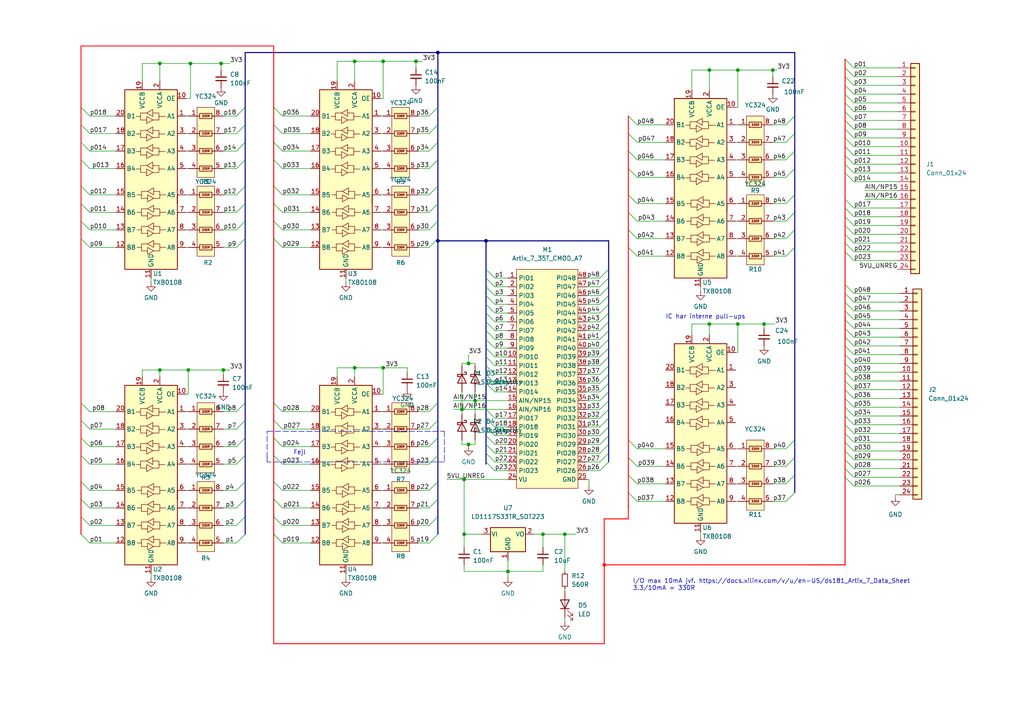
<source format=kicad_sch>
(kicad_sch (version 20211123) (generator eeschema)
  (paper "A4")
  (junction (at 120.65 17.78))
  (junction (at 221.615 93.98))
  (junction (at 140.97 69.85))
  (junction (at 111.125 106.68))
  (junction (at 135.89 128.905))
  (junction (at 54.61 107.315))
  (junction (at 175.26 163.83) (color 255 22 26 1))
  (junction (at 55.245 18.415))
  (junction (at 102.87 17.78))
  (junction (at 213.995 93.98))
  (junction (at 127 15.24))
  (junction (at 135.89 105.41))
  (junction (at 134.62 154.94))
  (junction (at 157.48 154.94))
  (junction (at 127 69.85))
  (junction (at 133.985 118.745))
  (junction (at 147.32 165.735))
  (junction (at 111.125 17.78))
  (junction (at 137.795 116.205))
  (junction (at 224.155 20.32))
  (junction (at 205.74 20.32))
  (junction (at 134.62 139.065))
  (junction (at 205.74 93.98))
  (junction (at 46.355 18.415))
  (junction (at 213.995 20.32))
  (junction (at 46.355 107.315))
  (junction (at 163.83 154.94))
  (junction (at 102.87 106.68))
  (junction (at 64.135 18.415))
  (junction (at 64.77 107.315))
  (bus_entry (at 247.65 87.63) (size -2.54 -2.54))
  (bus_entry (at 227.965 59.055) (size 2.54 -2.54))
  (bus_entry (at 140.97 80.645) (size 2.54 2.54))
  (bus_entry (at 173.99 128.905) (size 2.54 -2.54))
  (bus_entry (at 182.245 56.515) (size 2.54 2.54))
  (bus_entry (at 68.58 38.735) (size 2.54 -2.54))
  (bus_entry (at 227.965 145.415) (size 2.54 -2.54))
  (bus_entry (at 79.375 116.84) (size 2.54 2.54))
  (bus_entry (at 173.99 121.285) (size 2.54 -2.54))
  (bus_entry (at 124.46 119.38) (size 2.54 -2.54))
  (bus_entry (at 23.495 116.84) (size 2.54 2.54))
  (bus_entry (at 245.11 32.385) (size 2.54 2.54))
  (bus_entry (at 23.495 69.215) (size 2.54 2.54))
  (bus_entry (at 140.97 128.905) (size 2.54 2.54))
  (bus_entry (at 173.99 93.345) (size 2.54 -2.54))
  (bus_entry (at 245.11 57.785) (size 2.54 2.54))
  (bus_entry (at 140.97 85.725) (size 2.54 2.54))
  (bus_entry (at 182.245 132.715) (size 2.54 2.54))
  (bus_entry (at 79.375 59.055) (size 2.54 2.54))
  (bus_entry (at 79.375 127) (size 2.54 2.54))
  (bus_entry (at 247.65 123.19) (size -2.54 -2.54))
  (bus_entry (at 182.245 43.815) (size 2.54 2.54))
  (bus_entry (at 124.46 61.595) (size 2.54 -2.54))
  (bus_entry (at 140.97 95.885) (size 2.54 2.54))
  (bus_entry (at 245.11 29.845) (size 2.54 2.54))
  (bus_entry (at 245.11 47.625) (size 2.54 2.54))
  (bus_entry (at 245.11 65.405) (size 2.54 2.54))
  (bus_entry (at 79.375 31.115) (size 2.54 2.54))
  (bus_entry (at 247.65 110.49) (size -2.54 -2.54))
  (bus_entry (at 247.65 113.03) (size -2.54 -2.54))
  (bus_entry (at 227.965 130.175) (size 2.54 -2.54))
  (bus_entry (at 173.99 103.505) (size 2.54 -2.54))
  (bus_entry (at 182.245 33.655) (size 2.54 2.54))
  (bus_entry (at 23.495 132.08) (size 2.54 2.54))
  (bus_entry (at 23.495 53.975) (size 2.54 2.54))
  (bus_entry (at 245.11 60.325) (size 2.54 2.54))
  (bus_entry (at 140.97 133.985) (size 2.54 2.54))
  (bus_entry (at 247.65 135.89) (size -2.54 -2.54))
  (bus_entry (at 245.11 40.005) (size 2.54 2.54))
  (bus_entry (at 182.245 137.795) (size 2.54 2.54))
  (bus_entry (at 68.58 157.48) (size 2.54 -2.54))
  (bus_entry (at 173.99 106.045) (size 2.54 -2.54))
  (bus_entry (at 140.97 121.285) (size 2.54 2.54))
  (bus_entry (at 227.965 41.275) (size 2.54 -2.54))
  (bus_entry (at 245.11 73.025) (size 2.54 2.54))
  (bus_entry (at 23.495 139.7) (size 2.54 2.54))
  (bus_entry (at 79.375 41.275) (size 2.54 2.54))
  (bus_entry (at 23.495 144.78) (size 2.54 2.54))
  (bus_entry (at 247.65 107.95) (size -2.54 -2.54))
  (bus_entry (at 140.97 88.265) (size 2.54 2.54))
  (bus_entry (at 68.58 56.515) (size 2.54 -2.54))
  (bus_entry (at 182.245 71.755) (size 2.54 2.54))
  (bus_entry (at 140.97 131.445) (size 2.54 2.54))
  (bus_entry (at 173.99 123.825) (size 2.54 -2.54))
  (bus_entry (at 227.965 74.295) (size 2.54 -2.54))
  (bus_entry (at 182.245 127.635) (size 2.54 2.54))
  (bus_entry (at 173.99 136.525) (size 2.54 -2.54))
  (bus_entry (at 245.11 138.43) (size 2.54 2.54))
  (bus_entry (at 23.495 59.055) (size 2.54 2.54))
  (bus_entry (at 23.495 154.94) (size 2.54 2.54))
  (bus_entry (at 140.97 78.105) (size 2.54 2.54))
  (bus_entry (at 23.495 127) (size 2.54 2.54))
  (bus_entry (at 124.46 71.755) (size 2.54 -2.54))
  (bus_entry (at 140.97 98.425) (size 2.54 2.54))
  (bus_entry (at 79.375 36.195) (size 2.54 2.54))
  (bus_entry (at 140.97 83.185) (size 2.54 2.54))
  (bus_entry (at 23.495 64.135) (size 2.54 2.54))
  (bus_entry (at 182.245 66.675) (size 2.54 2.54))
  (bus_entry (at 173.99 133.985) (size 2.54 -2.54))
  (bus_entry (at 173.99 108.585) (size 2.54 -2.54))
  (bus_entry (at 247.65 90.17) (size -2.54 -2.54))
  (bus_entry (at 247.65 97.79) (size -2.54 -2.54))
  (bus_entry (at 173.99 118.745) (size 2.54 -2.54))
  (bus_entry (at 23.495 41.275) (size 2.54 2.54))
  (bus_entry (at 79.375 154.94) (size 2.54 2.54))
  (bus_entry (at 182.245 38.735) (size 2.54 2.54))
  (bus_entry (at 173.99 100.965) (size 2.54 -2.54))
  (bus_entry (at 124.46 129.54) (size 2.54 -2.54))
  (bus_entry (at 247.65 92.71) (size -2.54 -2.54))
  (bus_entry (at 245.11 67.945) (size 2.54 2.54))
  (bus_entry (at 173.99 83.185) (size 2.54 -2.54))
  (bus_entry (at 227.965 64.135) (size 2.54 -2.54))
  (bus_entry (at 247.65 115.57) (size -2.54 -2.54))
  (bus_entry (at 124.46 43.815) (size 2.54 -2.54))
  (bus_entry (at 79.375 121.92) (size 2.54 2.54))
  (bus_entry (at 124.46 152.4) (size 2.54 -2.54))
  (bus_entry (at 23.495 121.92) (size 2.54 2.54))
  (bus_entry (at 68.58 129.54) (size 2.54 -2.54))
  (bus_entry (at 173.99 126.365) (size 2.54 -2.54))
  (bus_entry (at 23.495 46.355) (size 2.54 2.54))
  (bus_entry (at 79.375 46.355) (size 2.54 2.54))
  (bus_entry (at 140.97 108.585) (size 2.54 2.54))
  (bus_entry (at 247.65 118.11) (size -2.54 -2.54))
  (bus_entry (at 23.495 31.115) (size 2.54 2.54))
  (bus_entry (at 23.495 36.195) (size 2.54 2.54))
  (bus_entry (at 245.11 62.865) (size 2.54 2.54))
  (bus_entry (at 79.375 139.7) (size 2.54 2.54))
  (bus_entry (at 23.495 149.86) (size 2.54 2.54))
  (bus_entry (at 245.11 37.465) (size 2.54 2.54))
  (bus_entry (at 227.965 36.195) (size 2.54 -2.54))
  (bus_entry (at 173.99 131.445) (size 2.54 -2.54))
  (bus_entry (at 140.97 103.505) (size 2.54 2.54))
  (bus_entry (at 79.375 64.135) (size 2.54 2.54))
  (bus_entry (at 79.375 149.86) (size 2.54 2.54))
  (bus_entry (at 245.11 24.765) (size 2.54 2.54))
  (bus_entry (at 245.11 34.925) (size 2.54 2.54))
  (bus_entry (at 247.65 133.35) (size -2.54 -2.54))
  (bus_entry (at 247.65 128.27) (size -2.54 -2.54))
  (bus_entry (at 124.46 157.48) (size 2.54 -2.54))
  (bus_entry (at 173.99 90.805) (size 2.54 -2.54))
  (bus_entry (at 247.65 120.65) (size -2.54 -2.54))
  (bus_entry (at 68.58 119.38) (size 2.54 -2.54))
  (bus_entry (at 124.46 48.895) (size 2.54 -2.54))
  (bus_entry (at 68.58 124.46) (size 2.54 -2.54))
  (bus_entry (at 68.58 152.4) (size 2.54 -2.54))
  (bus_entry (at 124.46 56.515) (size 2.54 -2.54))
  (bus_entry (at 245.11 45.085) (size 2.54 2.54))
  (bus_entry (at 173.99 98.425) (size 2.54 -2.54))
  (bus_entry (at 124.46 124.46) (size 2.54 -2.54))
  (bus_entry (at 182.245 48.895) (size 2.54 2.54))
  (bus_entry (at 247.65 138.43) (size -2.54 -2.54))
  (bus_entry (at 140.97 93.345) (size 2.54 2.54))
  (bus_entry (at 140.97 106.045) (size 2.54 2.54))
  (bus_entry (at 68.58 61.595) (size 2.54 -2.54))
  (bus_entry (at 227.965 135.255) (size 2.54 -2.54))
  (bus_entry (at 124.46 33.655) (size 2.54 -2.54))
  (bus_entry (at 140.97 118.745) (size 2.54 2.54))
  (bus_entry (at 124.46 38.735) (size 2.54 -2.54))
  (bus_entry (at 140.97 100.965) (size 2.54 2.54))
  (bus_entry (at 245.11 19.685) (size 2.54 2.54))
  (bus_entry (at 124.46 147.32) (size 2.54 -2.54))
  (bus_entry (at 140.97 90.805) (size 2.54 2.54))
  (bus_entry (at 140.97 111.125) (size 2.54 2.54))
  (bus_entry (at 79.375 132.08) (size 2.54 2.54))
  (bus_entry (at 124.46 142.24) (size 2.54 -2.54))
  (bus_entry (at 247.65 105.41) (size -2.54 -2.54))
  (bus_entry (at 247.65 102.87) (size -2.54 -2.54))
  (bus_entry (at 227.965 140.335) (size 2.54 -2.54))
  (bus_entry (at 247.65 100.33) (size -2.54 -2.54))
  (bus_entry (at 173.99 85.725) (size 2.54 -2.54))
  (bus_entry (at 182.245 142.875) (size 2.54 2.54))
  (bus_entry (at 247.65 125.73) (size -2.54 -2.54))
  (bus_entry (at 140.97 123.825) (size 2.54 2.54))
  (bus_entry (at 68.58 71.755) (size 2.54 -2.54))
  (bus_entry (at 227.965 51.435) (size 2.54 -2.54))
  (bus_entry (at 68.58 142.24) (size 2.54 -2.54))
  (bus_entry (at 124.46 134.62) (size 2.54 -2.54))
  (bus_entry (at 68.58 66.675) (size 2.54 -2.54))
  (bus_entry (at 227.965 69.215) (size 2.54 -2.54))
  (bus_entry (at 173.99 113.665) (size 2.54 -2.54))
  (bus_entry (at 68.58 43.815) (size 2.54 -2.54))
  (bus_entry (at 247.65 130.81) (size -2.54 -2.54))
  (bus_entry (at 68.58 48.895) (size 2.54 -2.54))
  (bus_entry (at 245.11 27.305) (size 2.54 2.54))
  (bus_entry (at 173.99 95.885) (size 2.54 -2.54))
  (bus_entry (at 173.99 88.265) (size 2.54 -2.54))
  (bus_entry (at 173.99 116.205) (size 2.54 -2.54))
  (bus_entry (at 245.11 50.165) (size 2.54 2.54))
  (bus_entry (at 79.375 144.78) (size 2.54 2.54))
  (bus_entry (at 245.11 42.545) (size 2.54 2.54))
  (bus_entry (at 247.65 85.09) (size -2.54 -2.54))
  (bus_entry (at 227.965 46.355) (size 2.54 -2.54))
  (bus_entry (at 182.245 61.595) (size 2.54 2.54))
  (bus_entry (at 124.46 66.675) (size 2.54 -2.54))
  (bus_entry (at 173.99 80.645) (size 2.54 -2.54))
  (bus_entry (at 140.97 126.365) (size 2.54 2.54))
  (bus_entry (at 245.11 70.485) (size 2.54 2.54))
  (bus_entry (at 68.58 33.655) (size 2.54 -2.54))
  (bus_entry (at 245.11 22.225) (size 2.54 2.54))
  (bus_entry (at 247.65 95.25) (size -2.54 -2.54))
  (bus_entry (at 79.375 69.215) (size 2.54 2.54))
  (bus_entry (at 79.375 53.975) (size 2.54 2.54))
  (bus_entry (at 245.11 17.145) (size 2.54 2.54))
  (bus_entry (at 68.58 134.62) (size 2.54 -2.54))
  (bus_entry (at 173.99 111.125) (size 2.54 -2.54))
  (bus_entry (at 68.58 147.32) (size 2.54 -2.54))
  (wire (pts (xy 64.77 48.895) (xy 68.58 48.895)))
  (wire (pts (xy 143.51 123.825) (xy 147.32 123.825)))
  (bus (pts (xy 140.97 103.505) (xy 140.97 106.045)))
  (bus (pts (xy 245.11 97.79) (xy 245.11 95.25)) (stroke (width 0) (color 255 22 26 1)))
  (wire (pts (xy 157.48 165.735) (xy 157.48 163.83)))
  (wire (pts (xy 170.18 103.505) (xy 173.99 103.505)))
  (bus (pts (xy 140.97 78.105) (xy 140.97 80.645)))
  (wire (pts (xy 81.915 61.595) (xy 90.17 61.595)))
  (wire (pts (xy 247.65 60.325) (xy 260.35 60.325)))
  (wire (pts (xy 170.18 106.045) (xy 173.99 106.045)))
  (wire (pts (xy 184.785 64.135) (xy 193.04 64.135)))
  (wire (pts (xy 143.51 90.805) (xy 147.32 90.805)))
  (bus (pts (xy 176.53 106.045) (xy 176.53 103.505)))
  (wire (pts (xy 43.815 80.645) (xy 43.815 81.915)))
  (wire (pts (xy 247.65 123.19) (xy 260.985 123.19)))
  (wire (pts (xy 41.275 107.315) (xy 46.355 107.315)))
  (bus (pts (xy 71.12 59.055) (xy 71.12 64.135)))
  (bus (pts (xy 176.53 121.285) (xy 176.53 118.745)))
  (bus (pts (xy 182.245 48.895) (xy 182.245 56.515)) (stroke (width 0) (color 255 22 26 1)))
  (bus (pts (xy 176.53 83.185) (xy 176.53 80.645)))
  (wire (pts (xy 81.915 119.38) (xy 90.17 119.38)))
  (wire (pts (xy 26.035 134.62) (xy 33.655 134.62)))
  (wire (pts (xy 247.65 100.33) (xy 260.985 100.33)))
  (wire (pts (xy 81.915 134.62) (xy 90.17 134.62)))
  (bus (pts (xy 182.245 150.495) (xy 182.245 146.685)) (stroke (width 0) (color 255 36 32 1)))
  (wire (pts (xy 46.355 107.315) (xy 54.61 107.315)))
  (wire (pts (xy 54.61 61.595) (xy 53.975 61.595)))
  (bus (pts (xy 176.53 111.125) (xy 176.53 108.585)))
  (wire (pts (xy 110.49 142.24) (xy 111.125 142.24)))
  (wire (pts (xy 213.995 64.135) (xy 213.36 64.135)))
  (wire (pts (xy 205.74 20.32) (xy 213.995 20.32)))
  (bus (pts (xy 245.11 90.17) (xy 245.11 92.71)) (stroke (width 0) (color 255 22 26 1)))
  (wire (pts (xy 81.915 157.48) (xy 90.17 157.48)))
  (bus (pts (xy 230.505 56.515) (xy 230.505 61.595)))
  (wire (pts (xy 247.65 47.625) (xy 260.35 47.625)))
  (wire (pts (xy 53.975 157.48) (xy 54.61 157.48)))
  (wire (pts (xy 247.65 52.705) (xy 260.35 52.705)))
  (wire (pts (xy 213.995 93.98) (xy 221.615 93.98)))
  (wire (pts (xy 121.285 71.755) (xy 124.46 71.755)))
  (bus (pts (xy 23.495 36.195) (xy 23.495 31.115)) (stroke (width 0) (color 255 40 40 1)))
  (wire (pts (xy 133.985 118.745) (xy 140.97 118.745)))
  (wire (pts (xy 53.975 43.815) (xy 54.61 43.815)))
  (bus (pts (xy 71.12 69.215) (xy 71.12 116.84)))
  (bus (pts (xy 140.97 69.85) (xy 140.97 78.105)))
  (wire (pts (xy 247.65 45.085) (xy 260.35 45.085)))
  (bus (pts (xy 140.97 85.725) (xy 140.97 88.265)))
  (bus (pts (xy 245.11 118.11) (xy 245.11 115.57)) (stroke (width 0) (color 255 22 26 1)))
  (wire (pts (xy 143.51 136.525) (xy 147.32 136.525)))
  (wire (pts (xy 81.915 38.735) (xy 90.17 38.735)))
  (bus (pts (xy 176.53 80.645) (xy 176.53 78.105)))
  (wire (pts (xy 247.65 27.305) (xy 260.35 27.305)))
  (bus (pts (xy 245.11 40.005) (xy 245.11 37.465)) (stroke (width 0) (color 255 22 26 1)))
  (wire (pts (xy 133.985 105.41) (xy 133.985 106.045)))
  (bus (pts (xy 245.11 107.95) (xy 245.11 105.41)) (stroke (width 0) (color 255 22 26 1)))
  (bus (pts (xy 140.97 126.365) (xy 140.97 128.905)))
  (wire (pts (xy 143.51 98.425) (xy 147.32 98.425)))
  (wire (pts (xy 134.62 139.065) (xy 134.62 154.94)))
  (bus (pts (xy 245.11 90.17) (xy 245.11 87.63)) (stroke (width 0) (color 255 22 26 1)))
  (bus (pts (xy 140.97 93.345) (xy 140.97 95.885)))
  (bus (pts (xy 245.11 128.27) (xy 245.11 125.73)) (stroke (width 0) (color 255 22 26 1)))
  (wire (pts (xy 224.155 46.355) (xy 227.965 46.355)))
  (wire (pts (xy 81.915 147.32) (xy 90.17 147.32)))
  (bus (pts (xy 245.11 24.765) (xy 245.11 22.225)) (stroke (width 0) (color 255 22 26 1)))
  (bus (pts (xy 176.53 116.205) (xy 176.53 113.665)))
  (wire (pts (xy 64.77 119.38) (xy 68.58 119.38)))
  (bus (pts (xy 176.53 90.805) (xy 176.53 88.265)))
  (bus (pts (xy 245.11 115.57) (xy 245.11 113.03)) (stroke (width 0) (color 255 22 26 1)))
  (bus (pts (xy 23.495 149.86) (xy 23.495 144.78)) (stroke (width 0) (color 255 22 26 1)))
  (bus (pts (xy 79.375 13.335) (xy 79.375 31.115)) (stroke (width 0) (color 255 20 29 1)))
  (wire (pts (xy 170.18 136.525) (xy 173.99 136.525)))
  (wire (pts (xy 184.785 46.355) (xy 193.04 46.355)))
  (wire (pts (xy 121.285 66.675) (xy 124.46 66.675)))
  (wire (pts (xy 64.77 157.48) (xy 68.58 157.48)))
  (wire (pts (xy 184.785 59.055) (xy 193.04 59.055)))
  (wire (pts (xy 121.285 129.54) (xy 124.46 129.54)))
  (bus (pts (xy 71.12 41.275) (xy 71.12 46.355)))
  (wire (pts (xy 54.61 71.755) (xy 53.975 71.755)))
  (wire (pts (xy 170.18 93.345) (xy 173.99 93.345)))
  (wire (pts (xy 170.18 133.985) (xy 173.99 133.985)))
  (wire (pts (xy 54.61 107.315) (xy 64.77 107.315)))
  (wire (pts (xy 224.155 69.215) (xy 227.965 69.215)))
  (wire (pts (xy 26.035 56.515) (xy 33.655 56.515)))
  (wire (pts (xy 53.975 134.62) (xy 54.61 134.62)))
  (bus (pts (xy 245.11 113.03) (xy 245.11 110.49)) (stroke (width 0) (color 255 22 26 1)))
  (wire (pts (xy 121.285 142.24) (xy 124.46 142.24)))
  (wire (pts (xy 53.975 119.38) (xy 54.61 119.38)))
  (wire (pts (xy 64.77 66.675) (xy 68.58 66.675)))
  (wire (pts (xy 121.285 124.46) (xy 124.46 124.46)))
  (wire (pts (xy 64.77 152.4) (xy 68.58 152.4)))
  (wire (pts (xy 64.77 134.62) (xy 68.58 134.62)))
  (bus (pts (xy 23.495 31.115) (xy 23.495 13.335)) (stroke (width 0) (color 255 40 40 1)))
  (wire (pts (xy 137.795 116.205) (xy 137.795 120.015)))
  (bus (pts (xy 79.375 36.195) (xy 79.375 41.275)) (stroke (width 0) (color 255 7 23 1)))
  (wire (pts (xy 64.77 61.595) (xy 68.58 61.595)))
  (bus (pts (xy 230.505 132.715) (xy 230.505 137.795)))
  (wire (pts (xy 213.995 74.295) (xy 213.36 74.295)))
  (bus (pts (xy 79.375 59.055) (xy 79.375 64.135)) (stroke (width 0) (color 255 8 10 1)))
  (bus (pts (xy 23.495 64.135) (xy 23.495 59.055)) (stroke (width 0) (color 255 40 40 1)))
  (bus (pts (xy 71.12 121.92) (xy 71.12 127)))
  (wire (pts (xy 121.285 38.735) (xy 124.46 38.735)))
  (wire (pts (xy 110.49 124.46) (xy 111.125 124.46)))
  (bus (pts (xy 245.11 32.385) (xy 245.11 29.845)) (stroke (width 0) (color 255 22 26 1)))
  (wire (pts (xy 170.815 140.97) (xy 170.815 139.065)))
  (polyline (pts (xy 128.905 125.095) (xy 128.905 133.985)))
  (wire (pts (xy 260.985 143.51) (xy 259.715 143.51)))
  (wire (pts (xy 247.65 133.35) (xy 260.985 133.35)))
  (bus (pts (xy 234.95 163.83) (xy 175.26 163.83)) (stroke (width 0) (color 255 22 26 1)))
  (wire (pts (xy 224.155 20.32) (xy 225.425 20.32)))
  (bus (pts (xy 79.375 149.86) (xy 79.375 154.94)) (stroke (width 0) (color 255 8 19 1)))
  (wire (pts (xy 81.915 43.815) (xy 90.17 43.815)))
  (bus (pts (xy 245.11 45.085) (xy 245.11 42.545)) (stroke (width 0) (color 255 22 26 1)))
  (wire (pts (xy 247.65 115.57) (xy 260.985 115.57)))
  (wire (pts (xy 111.125 106.68) (xy 111.125 114.3)))
  (wire (pts (xy 137.795 106.045) (xy 137.795 105.41)))
  (bus (pts (xy 245.11 29.845) (xy 245.11 27.305)) (stroke (width 0) (color 255 22 26 1)))
  (wire (pts (xy 26.035 38.735) (xy 33.655 38.735)))
  (bus (pts (xy 245.11 102.87) (xy 245.11 100.33)) (stroke (width 0) (color 255 22 26 1)))
  (bus (pts (xy 245.11 97.79) (xy 245.11 95.25)) (stroke (width 0) (color 255 16 18 1)))
  (wire (pts (xy 247.65 75.565) (xy 260.35 75.565)))
  (bus (pts (xy 71.12 116.84) (xy 71.12 121.92)))
  (wire (pts (xy 163.83 179.07) (xy 163.83 180.34)))
  (bus (pts (xy 127 36.195) (xy 127 41.275)))
  (bus (pts (xy 127 64.135) (xy 127 69.215)))
  (wire (pts (xy 247.65 102.87) (xy 260.985 102.87)))
  (wire (pts (xy 170.18 111.125) (xy 173.99 111.125)))
  (bus (pts (xy 245.11 27.305) (xy 245.11 24.765)) (stroke (width 0) (color 255 22 26 1)))
  (bus (pts (xy 182.245 142.875) (xy 182.245 147.32)) (stroke (width 0) (color 255 22 26 1)))
  (bus (pts (xy 176.53 123.825) (xy 176.53 121.285)))
  (wire (pts (xy 110.49 28.575) (xy 111.125 28.575)))
  (wire (pts (xy 140.97 118.745) (xy 147.32 118.745)))
  (wire (pts (xy 213.995 31.115) (xy 213.995 20.32)))
  (bus (pts (xy 245.11 67.945) (xy 245.11 65.405)) (stroke (width 0) (color 255 22 26 1)))
  (wire (pts (xy 133.985 113.665) (xy 133.985 118.745)))
  (wire (pts (xy 143.51 103.505) (xy 147.32 103.505)))
  (wire (pts (xy 135.89 128.905) (xy 135.89 129.54)))
  (bus (pts (xy 245.11 34.925) (xy 245.11 32.385)) (stroke (width 0) (color 255 22 26 1)))
  (wire (pts (xy 247.65 130.81) (xy 260.985 130.81)))
  (wire (pts (xy 54.61 107.315) (xy 54.61 114.3)))
  (wire (pts (xy 213.995 20.32) (xy 224.155 20.32)))
  (wire (pts (xy 247.65 120.65) (xy 260.985 120.65)))
  (wire (pts (xy 64.77 107.315) (xy 64.77 108.585)))
  (wire (pts (xy 170.18 95.885) (xy 173.99 95.885)))
  (wire (pts (xy 213.995 69.215) (xy 213.36 69.215)))
  (wire (pts (xy 163.83 170.815) (xy 163.83 171.45)))
  (wire (pts (xy 247.65 128.27) (xy 260.985 128.27)))
  (bus (pts (xy 127 59.055) (xy 127 64.135)))
  (wire (pts (xy 131.445 116.205) (xy 137.795 116.205)))
  (bus (pts (xy 176.53 78.105) (xy 176.53 69.85)))
  (bus (pts (xy 71.12 46.355) (xy 71.12 53.975)))
  (bus (pts (xy 230.505 15.24) (xy 230.505 33.655)))
  (bus (pts (xy 245.11 120.65) (xy 245.11 118.11)) (stroke (width 0) (color 255 22 26 1)))
  (wire (pts (xy 163.83 165.735) (xy 163.83 154.94)))
  (bus (pts (xy 127 69.85) (xy 127 116.84)))
  (wire (pts (xy 224.155 64.135) (xy 227.965 64.135)))
  (wire (pts (xy 81.915 152.4) (xy 90.17 152.4)))
  (wire (pts (xy 97.79 17.78) (xy 97.79 23.495)))
  (wire (pts (xy 184.785 41.275) (xy 193.04 41.275)))
  (bus (pts (xy 140.97 98.425) (xy 140.97 100.965)))
  (wire (pts (xy 26.035 142.24) (xy 33.655 142.24)))
  (bus (pts (xy 23.495 59.055) (xy 23.495 53.975)) (stroke (width 0) (color 255 40 40 1)))
  (bus (pts (xy 79.375 127) (xy 79.375 132.08)) (stroke (width 0) (color 255 2 0 1)))
  (wire (pts (xy 100.33 80.645) (xy 100.33 81.915)))
  (bus (pts (xy 140.97 88.265) (xy 140.97 90.805)))
  (bus (pts (xy 79.375 46.355) (xy 79.375 53.975)) (stroke (width 0) (color 255 12 18 1)))
  (wire (pts (xy 41.275 109.22) (xy 41.275 107.315)))
  (bus (pts (xy 176.53 88.265) (xy 176.53 85.725)))
  (wire (pts (xy 102.87 17.78) (xy 102.87 23.495)))
  (bus (pts (xy 23.495 116.84) (xy 23.495 69.215)) (stroke (width 0) (color 255 40 40 1)))
  (wire (pts (xy 110.49 157.48) (xy 111.125 157.48)))
  (wire (pts (xy 131.445 118.745) (xy 133.985 118.745)))
  (wire (pts (xy 110.49 33.655) (xy 111.125 33.655)))
  (polyline (pts (xy 77.47 125.095) (xy 128.905 125.095)))
  (wire (pts (xy 247.65 138.43) (xy 260.985 138.43)))
  (wire (pts (xy 247.65 29.845) (xy 260.35 29.845)))
  (wire (pts (xy 102.87 17.78) (xy 97.79 17.78)))
  (wire (pts (xy 184.785 69.215) (xy 193.04 69.215)))
  (bus (pts (xy 176.53 118.745) (xy 176.53 116.205)))
  (wire (pts (xy 184.785 130.175) (xy 193.04 130.175)))
  (bus (pts (xy 245.11 82.55) (xy 245.11 73.025)) (stroke (width 0) (color 255 22 26 1)))
  (bus (pts (xy 127 31.115) (xy 127 36.195)))
  (wire (pts (xy 163.83 154.94) (xy 167.005 154.94)))
  (wire (pts (xy 111.125 17.78) (xy 111.125 28.575)))
  (bus (pts (xy 71.12 53.975) (xy 71.12 59.055)))
  (wire (pts (xy 64.77 107.315) (xy 66.675 107.315)))
  (wire (pts (xy 102.87 106.68) (xy 102.87 109.22)))
  (bus (pts (xy 182.245 71.755) (xy 182.245 127.635)) (stroke (width 0) (color 255 22 26 1)))
  (wire (pts (xy 110.49 134.62) (xy 111.125 134.62)))
  (wire (pts (xy 247.65 19.685) (xy 260.35 19.685)))
  (wire (pts (xy 26.035 66.675) (xy 33.655 66.675)))
  (wire (pts (xy 137.795 127.635) (xy 137.795 128.905)))
  (bus (pts (xy 230.505 38.735) (xy 230.505 43.815)))
  (wire (pts (xy 213.36 51.435) (xy 213.995 51.435)))
  (wire (pts (xy 143.51 100.965) (xy 147.32 100.965)))
  (bus (pts (xy 182.245 61.595) (xy 182.245 66.675)) (stroke (width 0) (color 255 22 26 1)))
  (bus (pts (xy 245.11 50.165) (xy 245.11 47.625)) (stroke (width 0) (color 255 22 26 1)))
  (wire (pts (xy 143.51 85.725) (xy 147.32 85.725)))
  (wire (pts (xy 111.125 61.595) (xy 110.49 61.595)))
  (wire (pts (xy 121.285 152.4) (xy 124.46 152.4)))
  (wire (pts (xy 170.18 116.205) (xy 173.99 116.205)))
  (bus (pts (xy 127 121.92) (xy 127 127)))
  (wire (pts (xy 247.65 22.225) (xy 260.35 22.225)))
  (wire (pts (xy 53.975 124.46) (xy 54.61 124.46)))
  (bus (pts (xy 176.53 95.885) (xy 176.53 93.345)))
  (bus (pts (xy 79.375 53.975) (xy 79.375 59.055)) (stroke (width 0) (color 255 12 23 1)))
  (wire (pts (xy 41.275 18.415) (xy 46.355 18.415)))
  (bus (pts (xy 245.11 135.89) (xy 245.11 133.35)) (stroke (width 0) (color 255 22 26 1)))
  (bus (pts (xy 140.97 106.045) (xy 140.97 108.585)))
  (bus (pts (xy 245.11 22.225) (xy 245.11 19.685)) (stroke (width 0) (color 255 22 26 1)))
  (wire (pts (xy 203.2 154.305) (xy 203.2 155.575)))
  (wire (pts (xy 143.51 121.285) (xy 147.32 121.285)))
  (bus (pts (xy 140.97 131.445) (xy 140.97 133.985)))
  (wire (pts (xy 26.035 119.38) (xy 33.655 119.38)))
  (bus (pts (xy 245.11 92.71) (xy 245.11 91.44)) (stroke (width 0) (color 255 16 18 1)))
  (bus (pts (xy 79.375 154.94) (xy 79.375 186.69)) (stroke (width 0) (color 255 22 26 1)))
  (wire (pts (xy 143.51 83.185) (xy 147.32 83.185)))
  (polyline (pts (xy 128.905 133.985) (xy 77.47 133.985)))
  (wire (pts (xy 46.355 107.315) (xy 46.355 109.22)))
  (wire (pts (xy 143.51 93.345) (xy 147.32 93.345)))
  (bus (pts (xy 79.375 121.92) (xy 79.375 127)) (stroke (width 0) (color 255 12 25 1)))
  (wire (pts (xy 224.155 135.255) (xy 227.965 135.255)))
  (wire (pts (xy 224.155 41.275) (xy 227.965 41.275)))
  (bus (pts (xy 230.505 137.795) (xy 230.505 142.875)))
  (wire (pts (xy 97.79 106.68) (xy 97.79 109.22)))
  (wire (pts (xy 135.89 102.87) (xy 135.89 105.41)))
  (wire (pts (xy 213.36 102.235) (xy 213.995 102.235)))
  (wire (pts (xy 184.785 51.435) (xy 193.04 51.435)))
  (wire (pts (xy 81.915 33.655) (xy 90.17 33.655)))
  (bus (pts (xy 79.375 186.69) (xy 175.26 186.69)) (stroke (width 0) (color 255 22 26 1)))
  (wire (pts (xy 170.18 126.365) (xy 173.99 126.365)))
  (wire (pts (xy 53.975 152.4) (xy 54.61 152.4)))
  (bus (pts (xy 245.11 135.89) (xy 245.11 138.43)) (stroke (width 0) (color 255 22 26 1)))
  (wire (pts (xy 46.355 18.415) (xy 46.355 23.495)))
  (bus (pts (xy 245.11 85.09) (xy 245.11 82.55)) (stroke (width 0) (color 255 22 26 1)))
  (wire (pts (xy 134.62 139.065) (xy 147.32 139.065)))
  (bus (pts (xy 79.375 41.275) (xy 79.375 46.355)) (stroke (width 0) (color 255 6 12 1)))
  (bus (pts (xy 127 46.355) (xy 127 53.975)))
  (wire (pts (xy 247.65 107.95) (xy 260.985 107.95)))
  (bus (pts (xy 71.12 31.115) (xy 71.12 36.195)))
  (wire (pts (xy 143.51 131.445) (xy 147.32 131.445)))
  (wire (pts (xy 170.18 83.185) (xy 173.99 83.185)))
  (bus (pts (xy 176.53 126.365) (xy 176.53 123.825)))
  (wire (pts (xy 247.65 34.925) (xy 260.35 34.925)))
  (bus (pts (xy 140.97 118.745) (xy 140.97 121.285)))
  (bus (pts (xy 140.97 128.905) (xy 140.97 131.445)))
  (wire (pts (xy 247.65 62.865) (xy 260.35 62.865)))
  (bus (pts (xy 127 69.85) (xy 140.97 69.85)))
  (bus (pts (xy 140.97 69.85) (xy 176.53 69.85)))
  (wire (pts (xy 247.65 40.005) (xy 260.35 40.005)))
  (bus (pts (xy 245.11 105.41) (xy 245.11 102.87)) (stroke (width 0) (color 255 22 26 1)))
  (wire (pts (xy 111.125 71.755) (xy 110.49 71.755)))
  (bus (pts (xy 71.12 15.24) (xy 71.12 31.115)))
  (bus (pts (xy 23.495 41.275) (xy 23.495 36.195)) (stroke (width 0) (color 255 40 40 1)))
  (bus (pts (xy 176.53 98.425) (xy 176.53 95.885)))
  (bus (pts (xy 140.97 80.645) (xy 140.97 83.185)))
  (wire (pts (xy 26.035 129.54) (xy 33.655 129.54)))
  (bus (pts (xy 79.375 144.78) (xy 79.375 149.86)) (stroke (width 0) (color 255 0 2 1)))
  (wire (pts (xy 64.77 129.54) (xy 68.58 129.54)))
  (wire (pts (xy 111.125 66.675) (xy 110.49 66.675)))
  (wire (pts (xy 224.155 22.225) (xy 224.155 20.32)))
  (wire (pts (xy 170.18 128.905) (xy 173.99 128.905)))
  (wire (pts (xy 26.035 71.755) (xy 33.655 71.755)))
  (wire (pts (xy 55.245 18.415) (xy 55.245 28.575)))
  (wire (pts (xy 143.51 108.585) (xy 147.32 108.585)))
  (wire (pts (xy 250.825 57.785) (xy 260.35 57.785)))
  (bus (pts (xy 127 69.215) (xy 127 69.85)))
  (wire (pts (xy 121.285 56.515) (xy 124.46 56.515)))
  (bus (pts (xy 23.495 46.355) (xy 23.495 41.275)) (stroke (width 0) (color 255 40 40 1)))
  (bus (pts (xy 71.12 139.7) (xy 71.12 144.78)))
  (wire (pts (xy 100.33 166.37) (xy 100.33 167.64)))
  (wire (pts (xy 247.65 24.765) (xy 260.35 24.765)))
  (bus (pts (xy 23.495 121.92) (xy 23.495 116.84)) (stroke (width 0) (color 255 40 40 1)))
  (bus (pts (xy 245.11 100.33) (xy 245.11 97.79)) (stroke (width 0) (color 255 22 26 1)))
  (wire (pts (xy 110.49 43.815) (xy 111.125 43.815)))
  (wire (pts (xy 134.62 163.83) (xy 134.62 165.735)))
  (wire (pts (xy 143.51 128.905) (xy 147.32 128.905)))
  (wire (pts (xy 53.975 129.54) (xy 54.61 129.54)))
  (bus (pts (xy 176.53 133.985) (xy 176.53 131.445)))
  (bus (pts (xy 127 53.975) (xy 127 59.055)))
  (bus (pts (xy 175.26 150.495) (xy 182.245 150.495)) (stroke (width 0) (color 255 24 18 1)))
  (bus (pts (xy 127 139.7) (xy 127 144.78)))
  (wire (pts (xy 213.36 31.115) (xy 213.995 31.115)))
  (wire (pts (xy 170.18 98.425) (xy 173.99 98.425)))
  (wire (pts (xy 247.65 105.41) (xy 260.985 105.41)))
  (wire (pts (xy 26.035 48.895) (xy 33.655 48.895)))
  (bus (pts (xy 23.495 127) (xy 23.495 121.92)) (stroke (width 0) (color 255 40 40 1)))
  (bus (pts (xy 245.11 163.83) (xy 245.11 156.845)) (stroke (width 0) (color 255 16 18 1)))
  (bus (pts (xy 140.97 111.125) (xy 140.97 118.745)))
  (wire (pts (xy 247.65 85.09) (xy 260.985 85.09)))
  (wire (pts (xy 170.18 100.965) (xy 173.99 100.965)))
  (wire (pts (xy 221.615 93.98) (xy 224.79 93.98)))
  (bus (pts (xy 245.11 133.35) (xy 245.11 130.81)) (stroke (width 0) (color 255 22 26 1)))
  (wire (pts (xy 53.975 147.32) (xy 54.61 147.32)))
  (wire (pts (xy 247.65 125.73) (xy 260.985 125.73)))
  (wire (pts (xy 170.18 113.665) (xy 173.99 113.665)))
  (wire (pts (xy 170.18 121.285) (xy 173.99 121.285)))
  (bus (pts (xy 71.12 127) (xy 71.12 132.08)))
  (wire (pts (xy 81.915 129.54) (xy 90.17 129.54)))
  (bus (pts (xy 176.53 103.505) (xy 176.53 100.965)))
  (wire (pts (xy 64.77 33.655) (xy 68.58 33.655)))
  (wire (pts (xy 121.285 119.38) (xy 124.46 119.38)))
  (wire (pts (xy 213.36 36.195) (xy 213.995 36.195)))
  (wire (pts (xy 53.975 38.735) (xy 54.61 38.735)))
  (wire (pts (xy 121.285 157.48) (xy 124.46 157.48)))
  (wire (pts (xy 184.785 135.255) (xy 193.04 135.255)))
  (wire (pts (xy 110.49 114.3) (xy 111.125 114.3)))
  (wire (pts (xy 213.36 46.355) (xy 213.995 46.355)))
  (wire (pts (xy 147.32 165.735) (xy 157.48 165.735)))
  (bus (pts (xy 182.245 56.515) (xy 182.245 61.595)) (stroke (width 0) (color 255 22 26 1)))
  (wire (pts (xy 157.48 154.94) (xy 163.83 154.94)))
  (polyline (pts (xy 77.47 132.715) (xy 77.47 133.985)))
  (bus (pts (xy 23.495 144.78) (xy 23.495 139.7)) (stroke (width 0) (color 255 22 26 1)))
  (wire (pts (xy 81.915 56.515) (xy 90.17 56.515)))
  (bus (pts (xy 140.97 133.985) (xy 140.97 134.62)))
  (wire (pts (xy 247.65 50.165) (xy 260.35 50.165)))
  (wire (pts (xy 64.77 142.24) (xy 68.58 142.24)))
  (wire (pts (xy 81.915 142.24) (xy 90.17 142.24)))
  (wire (pts (xy 247.65 42.545) (xy 260.35 42.545)))
  (bus (pts (xy 127 15.24) (xy 127 31.115)))
  (wire (pts (xy 143.51 80.645) (xy 147.32 80.645)))
  (bus (pts (xy 182.245 127.635) (xy 182.245 132.715)) (stroke (width 0) (color 255 22 26 1)))
  (bus (pts (xy 127 132.08) (xy 127 139.7)))
  (wire (pts (xy 170.18 88.265) (xy 173.99 88.265)))
  (bus (pts (xy 234.95 163.83) (xy 245.11 163.83)) (stroke (width 0) (color 255 2 8 1)))
  (wire (pts (xy 200.66 20.32) (xy 205.74 20.32)))
  (wire (pts (xy 121.285 61.595) (xy 124.46 61.595)))
  (wire (pts (xy 111.125 56.515) (xy 110.49 56.515)))
  (wire (pts (xy 81.915 71.755) (xy 90.17 71.755)))
  (wire (pts (xy 26.035 147.32) (xy 33.655 147.32)))
  (wire (pts (xy 250.825 55.245) (xy 260.35 55.245)))
  (bus (pts (xy 140.97 83.185) (xy 140.97 85.725)))
  (bus (pts (xy 245.11 70.485) (xy 245.11 73.025)) (stroke (width 0) (color 255 22 26 1)))
  (bus (pts (xy 140.97 95.885) (xy 140.97 98.425)))
  (bus (pts (xy 71.12 36.195) (xy 71.12 41.275)))
  (wire (pts (xy 247.65 65.405) (xy 260.35 65.405)))
  (wire (pts (xy 184.785 145.415) (xy 193.04 145.415)))
  (bus (pts (xy 175.26 163.83) (xy 175.26 150.495)) (stroke (width 0) (color 255 22 26 1)))
  (bus (pts (xy 127 127) (xy 127 132.08)))
  (wire (pts (xy 143.51 111.125) (xy 147.32 111.125)))
  (wire (pts (xy 170.18 80.645) (xy 173.99 80.645)))
  (bus (pts (xy 176.53 85.725) (xy 176.53 83.185)))
  (bus (pts (xy 245.11 47.625) (xy 245.11 45.085)) (stroke (width 0) (color 255 22 26 1)))
  (wire (pts (xy 143.51 113.665) (xy 147.32 113.665)))
  (bus (pts (xy 176.53 113.665) (xy 176.53 111.125)))
  (wire (pts (xy 247.65 113.03) (xy 260.985 113.03)))
  (bus (pts (xy 245.11 95.25) (xy 245.11 92.71)) (stroke (width 0) (color 255 16 18 1)))
  (wire (pts (xy 184.785 74.295) (xy 193.04 74.295)))
  (wire (pts (xy 120.65 17.78) (xy 122.555 17.78)))
  (bus (pts (xy 71.12 132.08) (xy 71.12 139.7)))
  (wire (pts (xy 213.36 140.335) (xy 213.995 140.335)))
  (wire (pts (xy 111.125 106.68) (xy 118.11 106.68)))
  (wire (pts (xy 43.815 166.37) (xy 43.815 167.64)))
  (wire (pts (xy 154.94 154.94) (xy 157.48 154.94)))
  (wire (pts (xy 110.49 48.895) (xy 111.125 48.895)))
  (wire (pts (xy 134.62 154.94) (xy 139.7 154.94)))
  (wire (pts (xy 64.135 20.32) (xy 64.135 18.415)))
  (wire (pts (xy 205.74 93.98) (xy 205.74 97.155)))
  (wire (pts (xy 143.51 133.985) (xy 147.32 133.985)))
  (polyline (pts (xy 77.47 132.715) (xy 77.47 125.095)))
  (wire (pts (xy 143.51 95.885) (xy 147.32 95.885)))
  (wire (pts (xy 224.155 36.195) (xy 227.965 36.195)))
  (wire (pts (xy 121.285 33.655) (xy 124.46 33.655)))
  (bus (pts (xy 182.245 43.815) (xy 182.245 48.895)) (stroke (width 0) (color 255 22 26 1)))
  (bus (pts (xy 127 116.84) (xy 127 121.92)))
  (wire (pts (xy 224.155 140.335) (xy 227.965 140.335)))
  (wire (pts (xy 147.32 165.735) (xy 147.32 167.64)))
  (wire (pts (xy 247.65 118.11) (xy 260.985 118.11)))
  (wire (pts (xy 170.18 131.445) (xy 173.99 131.445)))
  (wire (pts (xy 135.89 105.41) (xy 133.985 105.41)))
  (wire (pts (xy 147.32 165.735) (xy 147.32 162.56)))
  (wire (pts (xy 135.89 128.905) (xy 137.795 128.905)))
  (bus (pts (xy 71.12 15.24) (xy 127 15.24)))
  (wire (pts (xy 247.65 73.025) (xy 260.35 73.025)))
  (bus (pts (xy 23.495 132.08) (xy 23.495 127)) (stroke (width 0) (color 255 40 40 1)))
  (wire (pts (xy 200.66 26.035) (xy 200.66 20.32)))
  (bus (pts (xy 176.53 131.445) (xy 176.53 128.905)))
  (wire (pts (xy 110.49 38.735) (xy 111.125 38.735)))
  (bus (pts (xy 23.495 69.215) (xy 23.495 64.135)) (stroke (width 0) (color 255 40 40 1)))
  (wire (pts (xy 121.285 48.895) (xy 124.46 48.895)))
  (bus (pts (xy 245.11 125.73) (xy 245.11 123.19)) (stroke (width 0) (color 255 22 26 1)))
  (bus (pts (xy 79.375 139.7) (xy 79.375 144.78)) (stroke (width 0) (color 255 6 19 1)))
  (wire (pts (xy 26.035 61.595) (xy 33.655 61.595)))
  (bus (pts (xy 245.11 95.25) (xy 245.11 92.71)) (stroke (width 0) (color 255 22 26 1)))
  (wire (pts (xy 26.035 152.4) (xy 33.655 152.4)))
  (bus (pts (xy 71.12 149.86) (xy 71.12 154.94)))
  (wire (pts (xy 53.975 114.3) (xy 54.61 114.3)))
  (bus (pts (xy 79.375 132.08) (xy 79.375 139.7)) (stroke (width 0) (color 255 13 2 1)))
  (wire (pts (xy 137.795 105.41) (xy 135.89 105.41)))
  (wire (pts (xy 118.11 106.68) (xy 118.11 107.95)))
  (bus (pts (xy 140.97 90.805) (xy 140.97 93.345)))
  (wire (pts (xy 184.785 36.195) (xy 193.04 36.195)))
  (wire (pts (xy 224.155 74.295) (xy 227.965 74.295)))
  (wire (pts (xy 26.035 43.815) (xy 33.655 43.815)))
  (wire (pts (xy 97.79 106.68) (xy 102.87 106.68)))
  (wire (pts (xy 247.65 37.465) (xy 260.35 37.465)))
  (wire (pts (xy 247.65 32.385) (xy 260.35 32.385)))
  (wire (pts (xy 81.915 124.46) (xy 90.17 124.46)))
  (wire (pts (xy 26.035 33.655) (xy 33.655 33.655)))
  (bus (pts (xy 140.97 123.825) (xy 140.97 126.365)))
  (wire (pts (xy 143.51 126.365) (xy 147.32 126.365)))
  (wire (pts (xy 247.65 140.97) (xy 260.985 140.97)))
  (wire (pts (xy 247.65 135.89) (xy 260.985 135.89)))
  (wire (pts (xy 53.975 28.575) (xy 55.245 28.575)))
  (wire (pts (xy 247.65 92.71) (xy 260.985 92.71)))
  (bus (pts (xy 140.97 121.285) (xy 140.97 123.825)))
  (wire (pts (xy 64.77 124.46) (xy 68.58 124.46)))
  (bus (pts (xy 245.11 42.545) (xy 245.11 40.005)) (stroke (width 0) (color 255 22 26 1)))
  (bus (pts (xy 230.505 48.895) (xy 230.505 56.515)))
  (wire (pts (xy 213.36 41.275) (xy 213.995 41.275)))
  (wire (pts (xy 224.155 130.175) (xy 227.965 130.175)))
  (bus (pts (xy 182.245 38.735) (xy 182.245 43.815)) (stroke (width 0) (color 255 22 26 1)))
  (bus (pts (xy 182.245 132.715) (xy 182.245 137.795)) (stroke (width 0) (color 255 22 26 1)))
  (bus (pts (xy 23.495 53.975) (xy 23.495 46.355)) (stroke (width 0) (color 255 40 40 1)))
  (bus (pts (xy 245.11 98.425) (xy 245.11 97.79)) (stroke (width 0) (color 255 16 18 1)))
  (wire (pts (xy 64.77 56.515) (xy 68.58 56.515)))
  (wire (pts (xy 247.65 95.25) (xy 260.985 95.25)))
  (wire (pts (xy 111.125 17.78) (xy 120.65 17.78)))
  (wire (pts (xy 247.65 67.945) (xy 260.35 67.945)))
  (bus (pts (xy 79.375 31.115) (xy 79.375 36.195)) (stroke (width 0) (color 255 31 20 1)))
  (bus (pts (xy 127 144.78) (xy 127 149.86)))
  (bus (pts (xy 245.11 70.485) (xy 245.11 67.945)) (stroke (width 0) (color 255 22 26 1)))
  (wire (pts (xy 247.65 87.63) (xy 260.985 87.63)))
  (bus (pts (xy 182.245 33.655) (xy 182.245 38.735)) (stroke (width 0) (color 255 22 26 1)))
  (wire (pts (xy 64.135 18.415) (xy 66.675 18.415)))
  (bus (pts (xy 245.11 19.685) (xy 245.11 17.145)) (stroke (width 0) (color 255 22 26 1)))
  (bus (pts (xy 182.245 66.675) (xy 182.245 71.755)) (stroke (width 0) (color 255 22 26 1)))
  (wire (pts (xy 64.77 38.735) (xy 68.58 38.735)))
  (wire (pts (xy 213.36 145.415) (xy 213.995 145.415)))
  (bus (pts (xy 140.97 100.965) (xy 140.97 103.505)))
  (bus (pts (xy 79.375 64.135) (xy 79.375 69.215)) (stroke (width 0) (color 255 3 20 1)))
  (wire (pts (xy 26.035 124.46) (xy 33.655 124.46)))
  (wire (pts (xy 205.74 93.98) (xy 213.995 93.98)))
  (bus (pts (xy 245.11 65.405) (xy 245.11 62.865)) (stroke (width 0) (color 255 22 26 1)))
  (wire (pts (xy 120.65 19.685) (xy 120.65 17.78)))
  (bus (pts (xy 245.11 138.43) (xy 245.11 156.845)) (stroke (width 0) (color 255 22 26 1)))
  (bus (pts (xy 176.53 100.965) (xy 176.53 98.425)))
  (bus (pts (xy 230.505 33.655) (xy 230.505 38.735)))
  (bus (pts (xy 245.11 123.19) (xy 245.11 120.65)) (stroke (width 0) (color 255 22 26 1)))
  (wire (pts (xy 110.49 129.54) (xy 111.125 129.54)))
  (wire (pts (xy 247.65 97.79) (xy 260.985 97.79)))
  (wire (pts (xy 224.155 145.415) (xy 227.965 145.415)))
  (wire (pts (xy 224.155 51.435) (xy 227.965 51.435)))
  (wire (pts (xy 259.715 143.51) (xy 259.715 144.145)))
  (bus (pts (xy 245.11 87.63) (xy 245.11 85.09)) (stroke (width 0) (color 255 22 26 1)))
  (bus (pts (xy 230.505 71.755) (xy 230.505 127.635)))
  (bus (pts (xy 182.245 137.795) (xy 182.245 142.875)) (stroke (width 0) (color 255 22 26 1)))
  (wire (pts (xy 170.18 85.725) (xy 173.99 85.725)))
  (wire (pts (xy 102.87 106.68) (xy 111.125 106.68)))
  (bus (pts (xy 176.53 93.345) (xy 176.53 90.805)))
  (wire (pts (xy 213.995 59.055) (xy 213.36 59.055)))
  (wire (pts (xy 203.2 83.185) (xy 203.2 84.455)))
  (bus (pts (xy 245.11 37.465) (xy 245.11 34.925)) (stroke (width 0) (color 255 22 26 1)))
  (wire (pts (xy 46.355 18.415) (xy 55.245 18.415)))
  (wire (pts (xy 221.615 93.98) (xy 221.615 95.25)))
  (bus (pts (xy 175.26 186.69) (xy 175.26 163.83)) (stroke (width 0) (color 255 22 26 1)))
  (wire (pts (xy 205.74 20.32) (xy 205.74 26.035)))
  (bus (pts (xy 176.53 128.905) (xy 176.53 126.365)))
  (wire (pts (xy 110.49 119.38) (xy 111.125 119.38)))
  (bus (pts (xy 230.505 66.675) (xy 230.505 71.755)))
  (wire (pts (xy 134.62 165.735) (xy 147.32 165.735)))
  (bus (pts (xy 230.505 61.595) (xy 230.505 66.675)))
  (wire (pts (xy 213.36 135.255) (xy 213.995 135.255)))
  (wire (pts (xy 133.985 128.905) (xy 135.89 128.905)))
  (wire (pts (xy 110.49 147.32) (xy 111.125 147.32)))
  (wire (pts (xy 170.18 90.805) (xy 173.99 90.805)))
  (bus (pts (xy 23.495 13.335) (xy 79.375 13.335)) (stroke (width 0) (color 255 50 55 1)))
  (bus (pts (xy 23.495 139.7) (xy 23.495 132.08)) (stroke (width 0) (color 255 40 40 1)))
  (wire (pts (xy 53.975 142.24) (xy 54.61 142.24)))
  (wire (pts (xy 200.66 93.98) (xy 200.66 97.155)))
  (wire (pts (xy 137.795 113.665) (xy 137.795 116.205)))
  (wire (pts (xy 102.87 17.78) (xy 111.125 17.78)))
  (wire (pts (xy 133.985 118.745) (xy 133.985 120.015)))
  (wire (pts (xy 134.62 154.94) (xy 134.62 158.75)))
  (bus (pts (xy 79.375 116.84) (xy 79.375 121.92)) (stroke (width 0) (color 255 2 13 1)))
  (wire (pts (xy 213.995 93.98) (xy 213.995 102.235)))
  (wire (pts (xy 121.285 43.815) (xy 124.46 43.815)))
  (wire (pts (xy 184.785 140.335) (xy 193.04 140.335)))
  (bus (pts (xy 127 149.86) (xy 127 154.94)))
  (wire (pts (xy 64.77 71.755) (xy 68.58 71.755)))
  (wire (pts (xy 121.285 147.32) (xy 124.46 147.32)))
  (wire (pts (xy 170.18 108.585) (xy 173.99 108.585)))
  (wire (pts (xy 157.48 158.75) (xy 157.48 154.94)))
  (bus (pts (xy 140.97 108.585) (xy 140.97 111.125)))
  (wire (pts (xy 54.61 66.675) (xy 53.975 66.675)))
  (wire (pts (xy 110.49 152.4) (xy 111.125 152.4)))
  (bus (pts (xy 79.375 69.215) (xy 79.375 116.84)) (stroke (width 0) (color 255 4 11 1)))
  (wire (pts (xy 53.975 48.895) (xy 54.61 48.895)))
  (bus (pts (xy 23.495 154.94) (xy 23.495 149.86)) (stroke (width 0) (color 255 22 26 1)))
  (wire (pts (xy 247.65 90.17) (xy 260.985 90.17)))
  (wire (pts (xy 53.975 33.655) (xy 54.61 33.655)))
  (wire (pts (xy 170.18 118.745) (xy 173.99 118.745)))
  (bus (pts (xy 245.11 130.81) (xy 245.11 128.27)) (stroke (width 0) (color 255 22 26 1)))
  (wire (pts (xy 53.975 56.515) (xy 54.61 56.515)))
  (bus (pts (xy 245.11 50.165) (xy 245.11 57.785)) (stroke (width 0) (color 255 22 26 1)))
  (wire (pts (xy 26.035 157.48) (xy 33.655 157.48)))
  (bus (pts (xy 245.11 110.49) (xy 245.11 107.95)) (stroke (width 0) (color 255 22 26 1)))
  (bus (pts (xy 71.12 144.78) (xy 71.12 149.86)))
  (wire (pts (xy 170.815 139.065) (xy 170.18 139.065)))
  (wire (pts (xy 81.915 66.675) (xy 90.17 66.675)))
  (bus (pts (xy 71.12 64.135) (xy 71.12 69.215)))
  (wire (pts (xy 137.795 116.205) (xy 147.32 116.205)))
  (bus (pts (xy 127 15.24) (xy 230.505 15.24)))
  (wire (pts (xy 170.18 123.825) (xy 173.99 123.825)))
  (wire (pts (xy 64.77 43.815) (xy 68.58 43.815)))
  (bus (pts (xy 230.505 43.815) (xy 230.505 48.895)))
  (wire (pts (xy 247.65 70.485) (xy 260.35 70.485)))
  (wire (pts (xy 133.985 127.635) (xy 133.985 128.905)))
  (bus (pts (xy 127 41.275) (xy 127 46.355)))
  (wire (pts (xy 143.51 88.265) (xy 147.32 88.265)))
  (bus (pts (xy 245.11 60.325) (xy 245.11 57.785)) (stroke (width 0) (color 255 22 26 1)))
  (bus (pts (xy 245.11 62.865) (xy 245.11 60.325)) (stroke (width 0) (color 255 22 26 1)))
  (wire (pts (xy 143.51 106.045) (xy 147.32 106.045)))
  (wire (pts (xy 64.77 147.32) (xy 68.58 147.32)))
  (bus (pts (xy 230.505 127.635) (xy 230.505 132.715)))
  (bus (pts (xy 176.53 108.585) (xy 176.53 106.045)))
  (wire (pts (xy 213.36 130.175) (xy 213.995 130.175)))
  (wire (pts (xy 247.65 110.49) (xy 260.985 110.49)))
  (wire (pts (xy 129.54 139.065) (xy 134.62 139.065)))
  (wire (pts (xy 224.155 59.055) (xy 227.965 59.055)))
  (wire (pts (xy 121.285 134.62) (xy 124.46 134.62)))
  (wire (pts (xy 81.915 48.895) (xy 90.17 48.895)))
  (wire (pts (xy 55.245 18.415) (xy 64.135 18.415)))
  (wire (pts (xy 41.275 18.415) (xy 41.275 23.495)))
  (wire (pts (xy 200.66 93.98) (xy 205.74 93.98)))
  (text "I/O max 10mA jvf. https://docs.xilinx.com/v/u/en-US/ds181_Artix_7_Data_Sheet\n3.3/10mA = 330R\n" (at 183.515 171.45 0) (effects (font (size 1.27 1.27)) (justify left bottom)))
  (text "IC har interne pull-ups\n" (at 193.04 92.71 0) (effects (font (size 1.27 1.27)) (justify left bottom)))
  (text "Fejl\n" (at 85.09 132.08 0) (effects (font (size 1.27 1.27)) (justify left bottom)))
  (label "p04" (at 26.035 142.24 0))
  (label "p31" (at 173.99 123.825 180))
  (label "p10" (at 143.51 103.505 0))
  (label "p30" (at 124.46 66.675 180))
  (label "p41" (at 227.965 74.295 180))
  (label "p031" (at 247.65 128.27 0))
  (label "p36" (at 124.46 33.655 180))
  (label "p039" (at 185.0043 135.255 0))
  (label "p041" (at 184.785 74.295 0))
  (label "p045" (at 247.65 92.71 0))
  (label "p020" (at 81.915 152.4 0))
  (label "p032" (at 247.65 125.73 0))
  (label "3V3" (at 135.89 102.87 0))
  (label "p045" (at 184.785 51.435 0))
  (label "p035" (at 82.1343 38.735 0))
  (label "p12" (at 68.58 56.515 180))
  (label "p030" (at 81.915 66.675 0))
  (label "p8" (at 68.58 119.38 180))
  (label "p024" (at 81.915 129.54 0))
  (label "p1" (at 143.51 80.645 0))
  (label "p029" (at 247.6566 133.35 0))
  (label "p018" (at 26.035 33.655 0))
  (label "p046" (at 184.785 46.355 0))
  (label "p07" (at 247.65 34.925 0))
  (label "p012" (at 247.65 47.625 0))
  (label "p03" (at 26.035 147.32 0))
  (label "p01" (at 26.035 157.48 0))
  (label "p03" (at 247.65 24.765 0))
  (label "p021" (at 82.1343 147.32 0))
  (label "p7" (at 68.58 124.46 180))
  (label "p011" (at 26.035 61.595 0))
  (label "p041" (at 247.65 102.87 0))
  (label "p05" (at 247.65 29.845 0))
  (label "p46" (at 173.99 85.725 180))
  (label "p042" (at 184.785 69.215 0))
  (label "3V3" (at 66.675 18.415 0))
  (label "p3" (at 67.945 147.32 180))
  (label "5VU_UNREG" (at 260.35 78.105 180))
  (label "p23" (at 124.46 134.62 180))
  (label "p04" (at 247.65 27.305 0))
  (label "p44" (at 227.965 59.055 180))
  (label "p011" (at 247.65 45.085 0))
  (label "p018" (at 247.65 62.865 0))
  (label "p08" (at 247.65 37.465 0))
  (label "p22" (at 124.46 142.24 180))
  (label "p3" (at 143.51 85.725 0))
  (label "p022" (at 81.915 142.24 0))
  (label "p8" (at 143.51 98.425 0))
  (label "p044" (at 247.65 95.25 0))
  (label "p23" (at 143.51 136.525 0))
  (label "3V3" (at 167.005 154.94 0))
  (label "p14" (at 68.58 43.815 180))
  (label "p032" (at 81.915 56.515 0))
  (label "p028" (at 247.6566 135.89 0))
  (label "p027" (at 247.65 138.43 0))
  (label "AIN{slash}NP16" (at 131.445 118.745 0))
  (label "p040" (at 184.785 130.175 0))
  (label "p031" (at 82.1343 61.595 0))
  (label "p013" (at 247.65 50.165 0))
  (label "p037" (at 247.65 113.03 0))
  (label "p014" (at 26.035 43.815 0))
  (label "p11" (at 143.51 106.045 0))
  (label "p30" (at 173.99 126.365 180))
  (label "p02" (at 247.65 22.225 0))
  (label "p22" (at 143.51 133.985 0))
  (label "p021" (at 247.65 70.485 0))
  (label "p042" (at 247.65 100.33 0))
  (label "p19" (at 143.51 126.365 0))
  (label "p9" (at 143.51 100.965 0))
  (label "3V3" (at 225.425 20.32 0))
  (label "p40" (at 173.99 100.965 180))
  (label "p027" (at 82.1343 124.46 0))
  (label "p046" (at 247.65 90.17 0))
  (label "p38" (at 227.965 140.335 180))
  (label "p33" (at 173.99 118.745 180))
  (label "p37" (at 227.965 145.415 180))
  (label "p39" (at 173.99 103.505 180))
  (label "p42" (at 173.99 95.885 180))
  (label "p19" (at 124.46 157.48 180))
  (label "p38" (at 173.99 106.045 180))
  (label "p05" (at 26.035 134.62 0))
  (label "p29" (at 124.46 71.755 180))
  (label "p34" (at 173.99 116.205 180))
  (label "p030" (at 247.65 130.81 0))
  (label "p044" (at 184.785 59.055 0))
  (label "p43" (at 173.99 93.345 180))
  (label "p037" (at 184.785 145.415 0))
  (label "p043" (at 247.65 97.79 0))
  (label "p46" (at 227.965 46.355 180))
  (label "p017" (at 26.035 38.735 0))
  (label "p28" (at 124.46 119.38 180))
  (label "p039" (at 247.65 107.95 0))
  (label "p9" (at 68.58 71.755 180))
  (label "p034" (at 247.65 120.65 0))
  (label "p27" (at 124.46 124.46 180))
  (label "p34" (at 124.46 43.815 180))
  (label "p048" (at 247.65 85.09 0))
  (label "p44" (at 173.99 90.805 180))
  (label "p45" (at 227.965 51.435 180))
  (label "p18" (at 143.51 123.825 0))
  (label "p06" (at 247.65 32.385 0))
  (label "p40" (at 227.965 130.175 180))
  (label "p5" (at 143.51 90.805 0))
  (label "p01" (at 247.65 19.685 0))
  (label "p27" (at 173.99 133.985 180))
  (label "p020" (at 247.65 67.945 0))
  (label "p21" (at 143.51 131.445 0))
  (label "p012" (at 26.035 56.515 0))
  (label "p6" (at 143.51 93.345 0))
  (label "p2" (at 67.945 152.4 180))
  (label "p14" (at 143.51 113.665 0))
  (label "p036" (at 81.915 33.655 0))
  (label "AIN{slash}NP16" (at 250.825 57.785 0))
  (label "p034" (at 81.915 43.815 0))
  (label "p4" (at 143.51 88.265 0))
  (label "p033" (at 81.915 48.895 0))
  (label "p26" (at 173.9834 136.525 180))
  (label "p33" (at 124.46 48.895 180))
  (label "p6" (at 68.58 129.54 180))
  (label "p18" (at 68.58 33.655 180))
  (label "p047" (at 185.0043 41.275 0))
  (label "3V3" (at 111.76 106.68 0))
  (label "p17" (at 143.51 121.285 0))
  (label "p43" (at 227.965 64.135 180))
  (label "p06" (at 26.035 129.54 0))
  (label "p42" (at 227.965 69.215 180))
  (label "5VU_UNREG" (at 129.54 139.065 0))
  (label "p11" (at 68.58 61.595 180))
  (label "p20" (at 124.46 152.4 180))
  (label "p07" (at 26.035 124.46 0))
  (label "p040" (at 247.65 105.41 0))
  (label "p035" (at 247.65 118.11 0))
  (label "p08" (at 26.67 119.38 0))
  (label "p010" (at 247.65 42.545 0))
  (label "AIN{slash}NP15" (at 250.825 55.245 0))
  (label "p047" (at 247.65 87.63 0))
  (label "p13" (at 143.51 111.125 0))
  (label "p028" (at 81.915 119.38 0))
  (label "p13" (at 68.58 48.895 180))
  (label "p033" (at 247.65 123.19 0))
  (label "p02" (at 26.035 152.4 0))
  (label "p013" (at 26.67 48.895 0))
  (label "p47" (at 173.99 83.185 180))
  (label "p47" (at 227.965 41.275 180))
  (label "p45" (at 173.99 88.265 180))
  (label "3V3" (at 66.675 107.315 0))
  (label "p019" (at 81.915 157.48 0))
  (label "p37" (at 173.99 108.585 180))
  (label "p28" (at 173.9834 131.445 180))
  (label "p48" (at 173.99 80.645 180))
  (label "p31" (at 124.46 61.595 180))
  (label "p029" (at 81.915 71.755 0))
  (label "p20" (at 143.51 128.905 0))
  (label "p09" (at 247.65 40.005 0))
  (label "p038" (at 247.65 110.49 0))
  (label "p26" (at 124.46 129.54 180))
  (label "p023" (at 81.915 134.62 0))
  (label "p048" (at 184.785 36.195 0))
  (label "p35" (at 124.46 38.735 180))
  (label "p5" (at 68.58 134.62 180))
  (label "p32" (at 124.46 56.515 180))
  (label "p41" (at 173.99 98.425 180))
  (label "p1" (at 67.945 157.48 180))
  (label "p036" (at 247.65 115.57 0))
  (label "p29" (at 173.9834 128.905 180))
  (label "3V3" (at 224.79 93.98 0))
  (label "p10" (at 68.58 66.675 180))
  (label "p017" (at 247.65 60.325 0))
  (label "AIN{slash}NP15" (at 131.445 116.205 0))
  (label "p12" (at 143.51 108.585 0))
  (label "p023" (at 247.65 75.565 0))
  (label "p010" (at 26.035 66.675 0))
  (label "p39" (at 227.965 135.255 180))
  (label "p4" (at 67.945 142.24 180))
  (label "p7" (at 143.51 95.885 0))
  (label "p35" (at 173.99 113.665 180))
  (label "p026" (at 247.6566 140.97 0))
  (label "3V3" (at 122.555 17.78 0))
  (label "p2" (at 143.51 83.185 0))
  (label "p32" (at 173.99 121.285 180))
  (label "p022" (at 247.65 73.025 0))
  (label "p36" (at 173.99 111.125 180))
  (label "p09" (at 26.035 71.755 0))
  (label "p21" (at 124.46 147.32 180))
  (label "p043" (at 185.0043 64.135 0))
  (label "p019" (at 247.65 65.405 0))
  (label "p038" (at 184.785 140.335 0))
  (label "p17" (at 68.58 38.735 180))
  (label "p014" (at 247.65 52.705 0))
  (label "p48" (at 227.965 36.195 180))
  (symbol (lib_id "Device:C_Small") (at 120.65 22.225 0) (unit 1)
    (property "Reference" "C14" (at 123.19 20.9612 0) (effects (justify left)))
    (property "Value" "100nF" (at 123.19 23.5012 0) (effects (justify left)))
    (property "Footprint" "Capacitor_SMD:C_0805_2012Metric_Pad1.18x1.45mm_HandSolder" (effects hide))
  )
  (symbol (lib_id "JRIX FPGA:Artix_7_35T_CMOD_A7") (at 149.86 80.645 0) (unit 1)
    (property "Reference" "M1" (at 158.75 72.39 0))
    (property "Value" "Artix_7_35T_CMOD_A7" (at 158.75 74.93 0))
    (property "Footprint" "JRIX FPGA:CMOD A7 Module" (effects hide))
    (property "Datasheet" "chrome-extension://efaidnbmnnnibpcajpcglclefindmkaj/https://www.mouser.dk/datasheet/2/690/cmod_a7_rm-964565.pdf" (effects hide))
  )
  (symbol (lib_id "Device:D_Schottky") (at 133.985 109.855 270) (unit 1)
    (property "Reference" "D1" (at 137.16 108.2674 90) (effects (justify left)))
    (property "Value" "D_Schottky" (at 137.16 110.8074 90) (effects (justify left)))
    (property "Footprint" "Diode_SMD:D_SOD-123" (effects hide))
  )
  (symbol (lib_id "JRIX Resistor Array:YC324") (at 57.15 142.24 0) (unit 1)
    (property "Reference" "R4" (at 59.69 161.925 0))
    (property "Value" "YC324" (at 59.69 137.795 0))
    (property "Footprint" "JRIX Resistor Array Footprints:YC-TC 124 8Pin-4R" (effects hide))
    (property "Datasheet" "chrome-extension://efaidnbmnnnibpcajpcglclefindmkaj/https://www.mouser.dk/datasheet/2/447/PYu_YC_TC_group_51_RoHS_L_9-3003033.pdf" (effects hide))
    (property "BUY" "https://www.mouser.dk/ProductDetail/YAGEO/YC324-JK-07330RL?qs=yNCrj0CQcyLWtQpqj55D%2Fg%3D%3D" (effects hide))
  )
  (symbol (lib_id "power:GND") (at 43.815 167.64 0) (unit 1)
    (property "Reference" "#PWR08" (effects hide))
    (property "Value" "GND" (at 43.815 172.085 0))
  )
  (symbol (lib_id "Device:C_Small") (at 64.77 111.125 0) (unit 1)
    (property "Reference" "C7" (at 67.31 109.8612 0) (effects (justify left)))
    (property "Value" "100nF" (at 67.31 112.4012 0) (effects (justify left)))
    (property "Footprint" "Capacitor_SMD:C_0805_2012Metric_Pad1.18x1.45mm_HandSolder" (effects hide))
  )
  (symbol (lib_id "Device:D_Schottky") (at 133.985 123.825 270) (unit 1)
    (property "Reference" "D2" (at 137.16 122.2374 90) (effects (justify left)))
    (property "Value" "D_Schottky" (at 137.16 124.7774 90) (effects (justify left)))
    (property "Footprint" "Diode_SMD:D_SOD-123" (effects hide))
  )
  (symbol (lib_id "JRIX Resistor Array:YC324") (at 216.535 130.175 0) (unit 1)
    (property "Reference" "R11" (at 219.075 149.225 0))
    (property "Value" "YC324" (at 219.075 124.46 0))
    (property "Footprint" "JRIX Resistor Array Footprints:YC-TC 124 8Pin-4R" (effects hide))
    (property "Datasheet" "chrome-extension://efaidnbmnnnibpcajpcglclefindmkaj/https://www.mouser.dk/datasheet/2/447/PYu_YC_TC_group_51_RoHS_L_9-3003033.pdf" (effects hide))
    (property "BUY" "https://www.mouser.dk/ProductDetail/YAGEO/YC324-JK-07330RL?qs=yNCrj0CQcyLWtQpqj55D%2Fg%3D%3D" (effects hide))
  )
  (symbol (lib_id "JRIX Resistor Array:YC324") (at 57.15 119.38 0) (unit 1)
    (property "Reference" "R3" (at 59.69 138.43 0))
    (property "Value" "YC324" (at 59.69 114.935 0))
    (property "Footprint" "JRIX Resistor Array Footprints:YC-TC 124 8Pin-4R" (effects hide))
    (property "Datasheet" "chrome-extension://efaidnbmnnnibpcajpcglclefindmkaj/https://www.mouser.dk/datasheet/2/447/PYu_YC_TC_group_51_RoHS_L_9-3003033.pdf" (effects hide))
    (property "BUY" "https://www.mouser.dk/ProductDetail/YAGEO/YC324-JK-07330RL?qs=yNCrj0CQcyLWtQpqj55D%2Fg%3D%3D" (effects hide))
  )
  (symbol (lib_id "Connector_Generic:Conn_01x24") (at 266.065 113.03 0) (unit 1)
    (property "Reference" "J2" (at 269.24 113.0299 0) (effects (justify left)))
    (property "Value" "Conn_01x24" (at 269.24 115.5699 0) (effects (justify left)))
    (property "Footprint" "Connector_PinHeader_2.54mm:PinHeader_1x24_P2.54mm_Vertical" (effects hide))
  )
  (symbol (lib_id "power:GND") (at 259.715 144.145 0) (unit 1)
    (property "Reference" "#PWR040" (effects hide))
    (property "Value" "GND" (at 259.715 149.225 0))
  )
  (symbol (lib_id "JRIX Resistor Array:YC324") (at 216.535 36.195 0) (unit 1)
    (property "Reference" "R9" (at 219.075 55.245 0))
    (property "Value" "YC324" (at 219.075 30.48 0))
    (property "Footprint" "JRIX Resistor Array Footprints:YC-TC 124 8Pin-4R" (effects hide))
    (property "Datasheet" "chrome-extension://efaidnbmnnnibpcajpcglclefindmkaj/https://www.mouser.dk/datasheet/2/447/PYu_YC_TC_group_51_RoHS_L_9-3003033.pdf" (effects hide))
    (property "BUY" "https://www.mouser.dk/ProductDetail/YAGEO/YC324-JK-07330RL?qs=yNCrj0CQcyLWtQpqj55D%2Fg%3D%3D" (effects hide))
  )
  (symbol (lib_id "power:GND") (at 221.615 100.33 0) (unit 1)
    (property "Reference" "#PWR037" (effects hide))
    (property "Value" "GND" (at 221.615 104.775 0))
  )
  (symbol (lib_id "Device:D_Schottky") (at 137.795 123.825 270) (unit 1)
    (property "Reference" "D4" (at 140.97 122.2374 90) (effects (justify left)))
    (property "Value" "D_Schottky" (at 140.97 124.7774 90) (effects (justify left)))
    (property "Footprint" "Diode_SMD:D_SOD-123" (effects hide))
  )
  (symbol (lib_id "power:GND") (at 120.65 24.765 0) (unit 1)
    (property "Reference" "#PWR022" (effects hide))
    (property "Value" "GND" (at 120.65 29.21 0))
  )
  (symbol (lib_id "Regulator_Linear:LD1117S33TR_SOT223") (at 147.32 154.94 0) (unit 1)
    (property "Reference" "U7" (at 147.32 147.32 0))
    (property "Value" "LD1117S33TR_SOT223" (at 147.32 149.86 0))
    (property "Footprint" "Package_TO_SOT_SMD:SOT-223-3_TabPin2" (effects hide))
    (property "Datasheet" "http://www.st.com/st-web-ui/static/active/en/resource/technical/document/datasheet/CD00000544.pdf" (effects hide))
  )
  (symbol (lib_id "JRIX Resistor Array:YC324") (at 113.665 33.655 0) (unit 1)
    (property "Reference" "R5" (at 116.205 52.705 0))
    (property "Value" "YC324" (at 116.205 29.845 0))
    (property "Footprint" "JRIX Resistor Array Footprints:YC-TC 124 8Pin-4R" (effects hide))
    (property "Datasheet" "chrome-extension://efaidnbmnnnibpcajpcglclefindmkaj/https://www.mouser.dk/datasheet/2/447/PYu_YC_TC_group_51_RoHS_L_9-3003033.pdf" (effects hide))
    (property "BUY" "https://www.mouser.dk/ProductDetail/YAGEO/YC324-JK-07330RL?qs=yNCrj0CQcyLWtQpqj55D%2Fg%3D%3D" (effects hide))
  )
  (symbol (lib_id "JRIX Resistor Array:YC324") (at 113.665 142.24 0) (unit 1)
    (property "Reference" "R8" (at 116.205 161.29 0))
    (property "Value" "YC324" (at 116.205 136.525 0))
    (property "Footprint" "JRIX Resistor Array Footprints:YC-TC 124 8Pin-4R" (effects hide))
    (property "Datasheet" "chrome-extension://efaidnbmnnnibpcajpcglclefindmkaj/https://www.mouser.dk/datasheet/2/447/PYu_YC_TC_group_51_RoHS_L_9-3003033.pdf" (effects hide))
    (property "BUY" "https://www.mouser.dk/ProductDetail/YAGEO/YC324-JK-07330RL?qs=yNCrj0CQcyLWtQpqj55D%2Fg%3D%3D" (effects hide))
  )
  (symbol (lib_id "power:GND") (at 64.77 113.665 0) (unit 1)
    (property "Reference" "#PWR011" (effects hide))
    (property "Value" "GND" (at 64.77 118.11 0))
  )
  (symbol (lib_id "JRIX Level Translator:TXB0108") (at 51.435 26.035 0) (mirror y) (unit 1)
    (property "Reference" "U1" (at 44.3356 79.375 0) (effects (justify right)))
    (property "Value" "TXB0108" (at 44.3356 81.915 0) (effects (justify right)))
    (property "Footprint" "Package_SO:TSSOP-20_4.4x6.5mm_P0.65mm" (effects hide))
    (property "Datasheet" "https://www.ti.com/general/docs/suppproductinfo.tsp?distId=26&gotoUrl=https://www.ti.com/lit/gpn/txb0108" (effects hide))
    (property "Package" "TSSOP20" (effects hide))
  )
  (symbol (lib_id "power:GND") (at 118.11 113.03 0) (unit 1)
    (property "Reference" "#PWR021" (effects hide))
    (property "Value" "GND" (at 118.11 117.475 0))
  )
  (symbol (lib_id "Device:C_Small") (at 118.11 110.49 0) (unit 1)
    (property "Reference" "C13" (at 120.65 109.2262 0) (effects (justify left)))
    (property "Value" "100nF" (at 120.65 111.7662 0) (effects (justify left)))
    (property "Footprint" "Capacitor_SMD:C_0805_2012Metric_Pad1.18x1.45mm_HandSolder" (effects hide))
  )
  (symbol (lib_id "Device:C_Small") (at 157.48 161.29 0) (unit 1)
    (property "Reference" "C2" (at 160.655 160.0262 0) (effects (justify left)))
    (property "Value" "10uF" (at 160.655 162.5662 0) (effects (justify left)))
    (property "Footprint" "Capacitor_SMD:C_0805_2012Metric_Pad1.18x1.45mm_HandSolder" (effects hide))
  )
  (symbol (lib_id "JRIX Resistor Array:YC324") (at 57.15 56.515 0) (unit 1)
    (property "Reference" "R2" (at 60.325 76.2 0))
    (property "Value" "YC324" (at 59.69 52.705 0))
    (property "Footprint" "JRIX Resistor Array Footprints:YC-TC 124 8Pin-4R" (effects hide))
    (property "Datasheet" "chrome-extension://efaidnbmnnnibpcajpcglclefindmkaj/https://www.mouser.dk/datasheet/2/447/PYu_YC_TC_group_51_RoHS_L_9-3003033.pdf" (effects hide))
    (property "BUY" "https://www.mouser.dk/ProductDetail/YAGEO/YC324-JK-07330RL?qs=yNCrj0CQcyLWtQpqj55D%2Fg%3D%3D" (effects hide))
  )
  (symbol (lib_id "power:GND") (at 64.135 25.4 0) (unit 1)
    (property "Reference" "#PWR012" (effects hide))
    (property "Value" "GND" (at 64.135 29.845 0))
  )
  (symbol (lib_id "power:GND") (at 43.815 81.915 0) (unit 1)
    (property "Reference" "#PWR01" (effects hide))
    (property "Value" "GND" (at 43.815 86.36 0))
  )
  (symbol (lib_id "JRIX Level Translator:TXB0108") (at 51.435 111.76 0) (mirror y) (unit 1)
    (property "Reference" "U2" (at 44.3356 165.1 0) (effects (justify right)))
    (property "Value" "TXB0108" (at 44.3356 167.64 0) (effects (justify right)))
    (property "Footprint" "Package_SO:TSSOP-20_4.4x6.5mm_P0.65mm" (effects hide))
    (property "Datasheet" "https://www.ti.com/general/docs/suppproductinfo.tsp?distId=26&gotoUrl=https://www.ti.com/lit/gpn/txb0108" (effects hide))
    (property "Package" "TSSOP20" (effects hide))
  )
  (symbol (lib_id "power:GND") (at 203.2 84.455 0) (unit 1)
    (property "Reference" "#PWR033" (effects hide))
    (property "Value" "GND" (at 203.2 88.9 0))
  )
  (symbol (lib_id "JRIX Level Translator:TXB0108") (at 107.95 26.035 0) (mirror y) (unit 1)
    (property "Reference" "U3" (at 100.8506 79.375 0) (effects (justify right)))
    (property "Value" "TXB0108" (at 100.8506 81.915 0) (effects (justify right)))
    (property "Footprint" "Package_SO:TSSOP-20_4.4x6.5mm_P0.65mm" (effects hide))
    (property "Datasheet" "https://www.ti.com/general/docs/suppproductinfo.tsp?distId=26&gotoUrl=https://www.ti.com/lit/gpn/txb0108" (effects hide))
    (property "Package" "TSSOP20" (effects hide))
  )
  (symbol (lib_id "Device:C_Small") (at 64.135 22.86 0) (unit 1)
    (property "Reference" "C8" (at 66.675 21.5962 0) (effects (justify left)))
    (property "Value" "100nF" (at 66.675 24.1362 0) (effects (justify left)))
    (property "Footprint" "Capacitor_SMD:C_0805_2012Metric_Pad1.18x1.45mm_HandSolder" (effects hide))
  )
  (symbol (lib_id "power:GND") (at 147.32 167.64 0) (unit 1)
    (property "Reference" "#PWR04" (effects hide))
    (property "Value" "GND" (at 147.32 172.085 0))
  )
  (symbol (lib_id "Device:R_Small") (at 163.83 168.275 0) (unit 1)
    (property "Reference" "R12" (at 165.735 167.0049 0) (effects (justify left)))
    (property "Value" "560R" (at 165.735 169.5449 0) (effects (justify left)))
    (property "Footprint" "Resistor_SMD:R_0805_2012Metric_Pad1.20x1.40mm_HandSolder" (effects hide))
  )
  (symbol (lib_id "power:GND") (at 170.815 140.97 0) (unit 1)
    (property "Reference" "#PWR028" (effects hide))
    (property "Value" "GND" (at 170.815 145.415 0))
  )
  (symbol (lib_id "Device:C_Small") (at 221.615 97.79 0) (unit 1)
    (property "Reference" "C24" (at 224.79 95.885 0) (effects (justify left)))
    (property "Value" "100nF" (at 225.425 99.06 0) (effects (justify left)))
    (property "Footprint" "Capacitor_SMD:C_0805_2012Metric_Pad1.18x1.45mm_HandSolder" (effects hide))
  )
  (symbol (lib_id "JRIX Level Translator:TXB0108") (at 107.95 111.76 0) (mirror y) (unit 1)
    (property "Reference" "U4" (at 100.8506 165.1 0) (effects (justify right)))
    (property "Value" "TXB0108" (at 100.8506 167.64 0) (effects (justify right)))
    (property "Footprint" "Package_SO:TSSOP-20_4.4x6.5mm_P0.65mm" (effects hide))
    (property "Datasheet" "https://www.ti.com/general/docs/suppproductinfo.tsp?distId=26&gotoUrl=https://www.ti.com/lit/gpn/txb0108" (effects hide))
    (property "Package" "TSSOP20" (effects hide))
  )
  (symbol (lib_id "JRIX Level Translator:TXB0108") (at 210.82 99.695 0) (mirror y) (unit 1)
    (property "Reference" "U6" (at 203.7206 153.035 0) (effects (justify right)))
    (property "Value" "TXB0108" (at 203.7206 155.575 0) (effects (justify right)))
    (property "Footprint" "Package_SO:TSSOP-20_4.4x6.5mm_P0.65mm" (effects hide))
    (property "Datasheet" "https://www.ti.com/general/docs/suppproductinfo.tsp?distId=26&gotoUrl=https://www.ti.com/lit/gpn/txb0108" (effects hide))
    (property "Package" "TSSOP20" (effects hide))
  )
  (symbol (lib_id "power:GND") (at 100.33 167.64 0) (unit 1)
    (property "Reference" "#PWR02" (effects hide))
    (property "Value" "GND" (at 100.33 172.085 0))
  )
  (symbol (lib_id "power:GND") (at 224.155 27.305 0) (unit 1)
    (property "Reference" "#PWR035" (effects hide))
    (property "Value" "GND" (at 224.155 31.75 0))
  )
  (symbol (lib_id "power:GND") (at 203.2 155.575 0) (unit 1)
    (property "Reference" "#PWR034" (effects hide))
    (property "Value" "GND" (at 203.2 160.02 0))
  )
  (symbol (lib_id "Device:C_Small") (at 224.155 24.765 0) (unit 1)
    (property "Reference" "C22" (at 226.695 23.5012 0) (effects (justify left)))
    (property "Value" "100nF" (at 227.33 26.67 0) (effects (justify left)))
    (property "Footprint" "Capacitor_SMD:C_0805_2012Metric_Pad1.18x1.45mm_HandSolder" (effects hide))
  )
  (symbol (lib_id "Device:LED") (at 163.83 175.26 90) (unit 1)
    (property "Reference" "D5" (at 167.64 175.5774 90) (effects (justify right)))
    (property "Value" "LED" (at 167.64 178.1174 90) (effects (justify right)))
    (property "Footprint" "LED_SMD:LED_0603_1608Metric" (effects hide))
  )
  (symbol (lib_id "power:GND") (at 100.33 81.915 0) (unit 1)
    (property "Reference" "#PWR018" (effects hide))
    (property "Value" "GND" (at 100.33 86.36 0))
  )
  (symbol (lib_id "Device:C_Small") (at 134.62 161.29 0) (unit 1)
    (property "Reference" "C1" (at 137.16 160.0262 0) (effects (justify left)))
    (property "Value" "100nF" (at 137.16 162.5662 0) (effects (justify left)))
    (property "Footprint" "Capacitor_SMD:C_0805_2012Metric_Pad1.18x1.45mm_HandSolder" (effects hide))
  )
  (symbol (lib_id "Connector_Generic:Conn_01x24") (at 265.43 47.625 0) (unit 1)
    (property "Reference" "J1" (at 268.605 47.6249 0) (effects (justify left)))
    (property "Value" "Conn_01x24" (at 268.605 50.1649 0) (effects (justify left)))
    (property "Footprint" "Connector_PinHeader_2.54mm:PinHeader_1x24_P2.54mm_Vertical" (effects hide))
  )
  (symbol (lib_id "JRIX Resistor Array:YC324") (at 113.665 56.515 0) (unit 1)
    (property "Reference" "R6" (at 116.205 76.2 0))
    (property "Value" "YC324" (at 116.205 52.07 0))
    (property "Footprint" "JRIX Resistor Array Footprints:YC-TC 124 8Pin-4R" (effects hide))
    (property "Datasheet" "chrome-extension://efaidnbmnnnibpcajpcglclefindmkaj/https://www.mouser.dk/datasheet/2/447/PYu_YC_TC_group_51_RoHS_L_9-3003033.pdf" (effects hide))
    (property "BUY" "https://www.mouser.dk/ProductDetail/YAGEO/YC324-JK-07330RL?qs=yNCrj0CQcyLWtQpqj55D%2Fg%3D%3D" (effects hide))
  )
  (symbol (lib_id "power:GND") (at 135.89 129.54 0) (unit 1)
    (property "Reference" "#PWR026" (effects hide))
    (property "Value" "GND" (at 135.89 133.985 0))
  )
  (symbol (lib_id "JRIX Resistor Array:YC324") (at 216.535 59.055 0) (unit 1)
    (property "Reference" "R10" (at 219.075 78.105 0))
    (property "Value" "YC324" (at 219.075 53.34 0))
    (property "Footprint" "JRIX Resistor Array Footprints:YC-TC 124 8Pin-4R" (effects hide))
    (property "Datasheet" "chrome-extension://efaidnbmnnnibpcajpcglclefindmkaj/https://www.mouser.dk/datasheet/2/447/PYu_YC_TC_group_51_RoHS_L_9-3003033.pdf" (effects hide))
    (property "BUY" "https://www.mouser.dk/ProductDetail/YAGEO/YC324-JK-07330RL?qs=yNCrj0CQcyLWtQpqj55D%2Fg%3D%3D" (effects hide))
  )
  (symbol (lib_id "Device:D_Schottky") (at 137.795 109.855 270) (unit 1)
    (property "Reference" "D3" (at 140.97 108.2674 90) (effects (justify left)))
    (property "Value" "D_Schottky" (at 140.97 110.8074 90) (effects (justify left)))
    (property "Footprint" "Diode_SMD:D_SOD-123" (effects hide))
  )
  (symbol (lib_id "JRIX Resistor Array:YC324") (at 57.15 33.655 0) (unit 1)
    (property "Reference" "R1" (at 59.69 52.705 0))
    (property "Value" "YC324" (at 59.69 27.94 0))
    (property "Footprint" "JRIX Resistor Array Footprints:YC-TC 124 8Pin-4R" (effects hide))
    (property "Datasheet" "chrome-extension://efaidnbmnnnibpcajpcglclefindmkaj/https://www.mouser.dk/datasheet/2/447/PYu_YC_TC_group_51_RoHS_L_9-3003033.pdf" (effects hide))
    (property "BUY" "https://www.mouser.dk/ProductDetail/YAGEO/YC324-JK-07330RL?qs=yNCrj0CQcyLWtQpqj55D%2Fg%3D%3D" (effects hide))
  )
  (symbol (lib_id "power:GND") (at 163.83 180.34 0) (unit 1)
    (property "Reference" "#PWR03" (effects hide))
    (property "Value" "GND" (at 163.83 184.785 0))
  )
  (symbol (lib_id "JRIX Level Translator:TXB0108") (at 210.82 28.575 0) (mirror y) (unit 1)
    (property "Reference" "U5" (at 203.7206 81.915 0) (effects (justify right)))
    (property "Value" "TXB0108" (at 203.7206 84.455 0) (effects (justify right)))
    (property "Footprint" "Package_SO:TSSOP-20_4.4x6.5mm_P0.65mm" (effects hide))
    (property "Datasheet" "https://www.ti.com/general/docs/suppproductinfo.tsp?distId=26&gotoUrl=https://www.ti.com/lit/gpn/txb0108" (effects hide))
    (property "Package" "TSSOP20" (effects hide))
  )
  (symbol (lib_id "JRIX Resistor Array:YC324") (at 113.665 119.38 0) (unit 1)
    (property "Reference" "R7" (at 116.205 139.065 0))
    (property "Value" "YC324" (at 116.84 115.57 0))
    (property "Footprint" "JRIX Resistor Array Footprints:YC-TC 124 8Pin-4R" (effects hide))
    (property "Datasheet" "chrome-extension://efaidnbmnnnibpcajpcglclefindmkaj/https://www.mouser.dk/datasheet/2/447/PYu_YC_TC_group_51_RoHS_L_9-3003033.pdf" (effects hide))
    (property "BUY" "https://www.mouser.dk/ProductDetail/YAGEO/YC324-JK-07330RL?qs=yNCrj0CQcyLWtQpqj55D%2Fg%3D%3D" (effects hide))
  )
)
</source>
